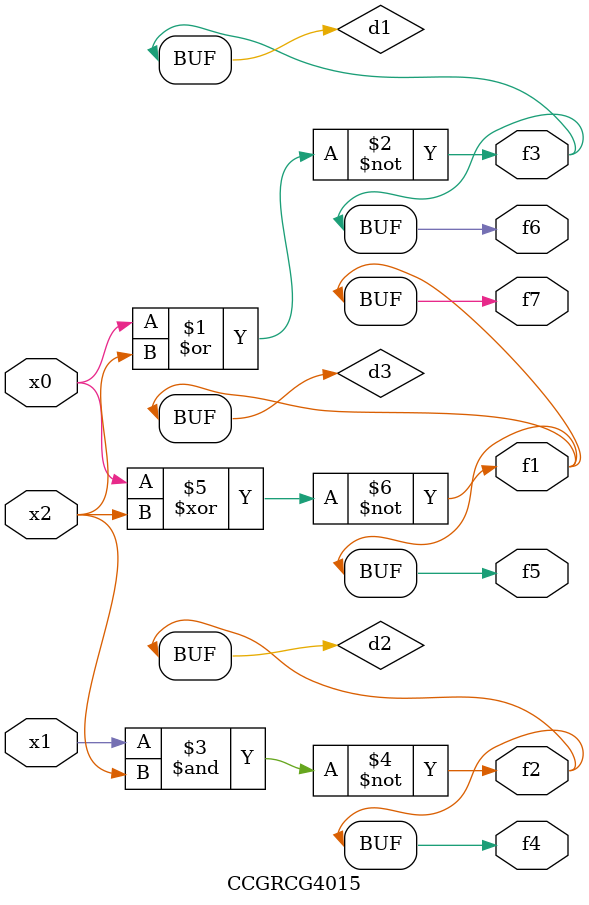
<source format=v>
module CCGRCG4015(
	input x0, x1, x2,
	output f1, f2, f3, f4, f5, f6, f7
);

	wire d1, d2, d3;

	nor (d1, x0, x2);
	nand (d2, x1, x2);
	xnor (d3, x0, x2);
	assign f1 = d3;
	assign f2 = d2;
	assign f3 = d1;
	assign f4 = d2;
	assign f5 = d3;
	assign f6 = d1;
	assign f7 = d3;
endmodule

</source>
